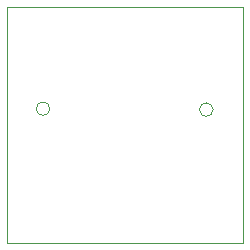
<source format=gbr>
%TF.GenerationSoftware,KiCad,Pcbnew,(5.1.10)-1*%
%TF.CreationDate,2021-11-07T18:39:57-08:00*%
%TF.ProjectId,mic_pcb,6d69635f-7063-4622-9e6b-696361645f70,rev?*%
%TF.SameCoordinates,Original*%
%TF.FileFunction,Profile,NP*%
%FSLAX46Y46*%
G04 Gerber Fmt 4.6, Leading zero omitted, Abs format (unit mm)*
G04 Created by KiCad (PCBNEW (5.1.10)-1) date 2021-11-07 18:39:57*
%MOMM*%
%LPD*%
G01*
G04 APERTURE LIST*
%TA.AperFunction,Profile*%
%ADD10C,0.100000*%
%TD*%
%TA.AperFunction,Profile*%
%ADD11C,0.050000*%
%TD*%
G04 APERTURE END LIST*
D10*
X123810000Y-88290000D02*
X143840000Y-88330000D01*
X123840000Y-108340000D02*
X123810000Y-88290000D01*
X143870000Y-108300000D02*
X123840000Y-108340000D01*
X143840000Y-88330000D02*
X143870000Y-108300000D01*
D11*
X141296000Y-97010000D02*
G75*
G03*
X141296000Y-97010000I-576000J0D01*
G01*
X127476000Y-96930000D02*
G75*
G03*
X127476000Y-96930000I-576000J0D01*
G01*
M02*

</source>
